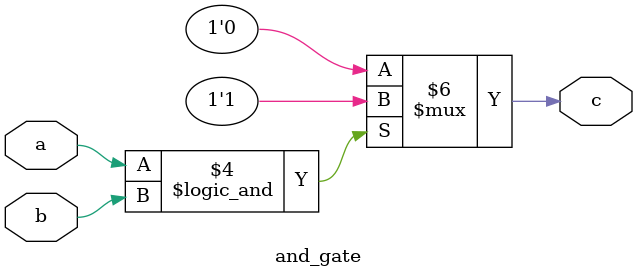
<source format=v>
module   and_gate(output reg c,input a,b);

always @(*) begin
    
    if (a ==1'b1 && b==1'b1) begin
        c=1'b1;
    end else begin
        c=1'b0;
    end

end

endmodule

// output is zero , when of the input is zero
</source>
